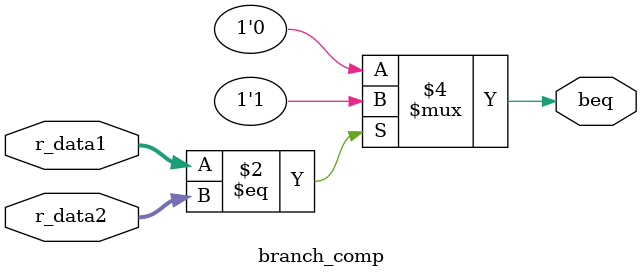
<source format=v>
`timescale 1ps / 1ps
module branch_comp(r_data1,r_data2,beq);
output reg  beq ;
input [31:0] r_data1,r_data2;

always @(*)
begin #10
if (r_data1 == r_data2)	
	beq = 1 ; 
else
	beq =0 ; 
end
endmodule

</source>
